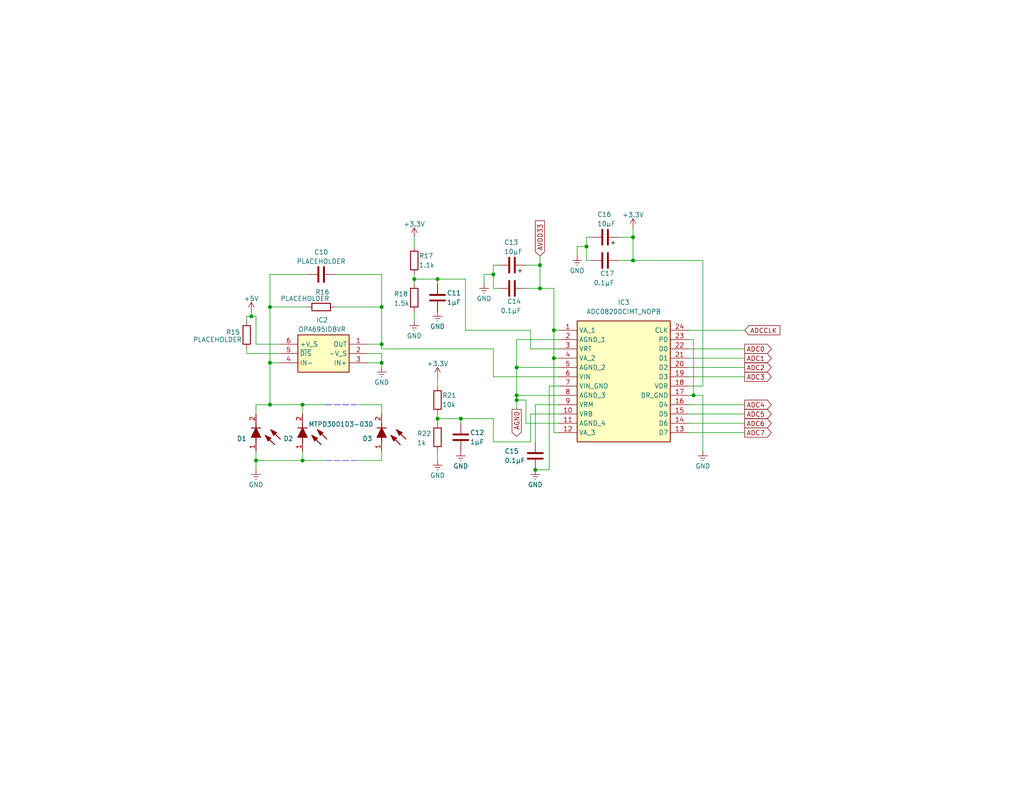
<source format=kicad_sch>
(kicad_sch (version 20231120) (generator "eeschema") (generator_version "8.0")
  (paper "A")
  (title_block (title "Free Space Optical 10BASE-T Ethernet Transceiver Circuit") (date "2025-07-22"))
  (lib_symbols
    (symbol "ADC08200CIMT_NOPB:ADC08200CIMT_NOPB"
      (property "Reference" "IC" (at 31.75 7.62 0))
      (property "Value" "ADC08200CIMT_NOPB" (at 31.75 5.08 0))
      (symbol "ADC08200CIMT_NOPB_1_1"
        (rectangle (start 5.08 2.54) (end 30.48 -30.48) (stroke (width 0.254)) (fill (type background)))
        (pin passive line (at 0 0 0) (length 5.08) (name "VA_1") (number "1"))
        (pin passive line (at 0 -22.86 0) (length 5.08) (name "VRB") (number "10"))
        (pin passive line (at 0 -25.4 0) (length 5.08) (name "AGND_4") (number "11"))
        (pin passive line (at 0 -27.94 0) (length 5.08) (name "VA_3") (number "12"))
        (pin passive line (at 35.56 -27.94 180) (length 5.08) (name "D7") (number "13"))
        (pin passive line (at 35.56 -25.4 180) (length 5.08) (name "D6") (number "14"))
        (pin passive line (at 35.56 -22.86 180) (length 5.08) (name "D5") (number "15"))
        (pin passive line (at 35.56 -20.32 180) (length 5.08) (name "D4") (number "16"))
        (pin passive line (at 35.56 -17.78 180) (length 5.08) (name "DR_GND") (number "17"))
        (pin passive line (at 35.56 -15.24 180) (length 5.08) (name "VDR") (number "18"))
        (pin passive line (at 35.56 -12.7 180) (length 5.08) (name "D3") (number "19"))
        (pin passive line (at 0 -2.54 0) (length 5.08) (name "AGND_1") (number "2"))
        (pin passive line (at 35.56 -10.16 180) (length 5.08) (name "D2") (number "20"))
        (pin passive line (at 35.56 -7.62 180) (length 5.08) (name "D1") (number "21"))
        (pin passive line (at 35.56 -5.08 180) (length 5.08) (name "D0") (number "22"))
        (pin passive line (at 35.56 -2.54 180) (length 5.08) (name "PD") (number "23"))
        (pin passive line (at 35.56 0 180) (length 5.08) (name "CLK") (number "24"))
        (pin passive line (at 0 -5.08 0) (length 5.08) (name "VRT") (number "3"))
        (pin passive line (at 0 -7.62 0) (length 5.08) (name "VA_2") (number "4"))
        (pin passive line (at 0 -10.16 0) (length 5.08) (name "AGND_2") (number "5"))
        (pin passive line (at 0 -12.7 0) (length 5.08) (name "VIN") (number "6"))
        (pin passive line (at 0 -15.24 0) (length 5.08) (name "VIN_GND") (number "7"))
        (pin passive line (at 0 -17.78 0) (length 5.08) (name "AGND_3") (number "8"))
        (pin passive line (at 0 -20.32 0) (length 5.08) (name "VRM") (number "9"))
      )
    )
    (symbol "Device:C" (pin_numbers hide) (pin_names (offset 0.254))
      (property "Reference" "C" (at 0.635 2.54 0))
      (property "Value" "C" (at 0.635 -2.54 0))
      (symbol "C_0_1"
        (polyline (pts (xy -2.032 -0.762) (xy 2.032 -0.762)) (stroke (width 0.508)))
        (polyline (pts (xy -2.032 0.762) (xy 2.032 0.762)) (stroke (width 0.508)))
      )
      (symbol "C_1_1"
        (pin passive line (at 0 3.81 270) (length 2.794) (name "~") (number "1"))
        (pin passive line (at 0 -3.81 90) (length 2.794) (name "~") (number "2"))
      )
    )
    (symbol "Device:R" (pin_numbers hide) (pin_names (offset 0))
      (property "Reference" "R" (at 2.032 0 90))
      (property "Value" "R" (at 0 0 90))
      (symbol "R_0_1"
        (rectangle (start -1.016 -2.54) (end 1.016 2.54) (stroke (width 0.254)))
      )
      (symbol "R_1_1"
        (pin passive line (at 0 3.81 270) (length 1.27) (name "~") (number "1"))
        (pin passive line (at 0 -3.81 90) (length 1.27) (name "~") (number "2"))
      )
    )
    (symbol "MTPD3001D3-030:MTPD3001D3-030" (pin_names hide)
      (property "Reference" "D" (at 3.302 -3.81 0))
      (property "Value" "MTPD3001D3-030" (at 3.302 -6.35 0))
      (symbol "MTPD3001D3-030_1_1"
        (polyline (pts (xy -6.604 -3.302) (xy -4.064 -5.842)) (stroke (width 0.254)))
        (polyline (pts (xy -5.08 -1.778) (xy -2.54 -4.318)) (stroke (width 0.254)))
        (polyline (pts (xy 0 -6.35) (xy 0 -7.62)) (stroke (width 0.254)))
        (polyline (pts (xy 0 -3.81) (xy 0 -2.54)) (stroke (width 0.254)))
        (polyline (pts (xy 1.27 -6.35) (xy -1.27 -6.35)) (stroke (width 0.254)))
        (polyline (pts (xy -5.588 -5.08) (xy -4.826 -4.318) (xy -4.064 -5.842) (xy -5.588 -5.08)) (stroke (width 0.254)) (fill (type outline)))
        (polyline (pts (xy -4.064 -3.556) (xy -3.302 -2.794) (xy -2.54 -4.318) (xy -4.064 -3.556)) (stroke (width 0.254)) (fill (type outline)))
        (polyline (pts (xy -1.27 -3.81) (xy 1.27 -3.81) (xy 0 -6.35) (xy -1.27 -3.81)) (stroke (width 0.254)) (fill (type outline)))
        (pin passive line (at 0 0 270) (length 2.54) (name "A") (number "1"))
        (pin passive line (at 0 -10.16 90) (length 2.54) (name "K") (number "2"))
      )
    )
    (symbol "MTPD3001D3-030_1" (pin_names hide)
      (property "Reference" "D" (at 3.302 -3.81 0))
      (property "Value" "MTPD3001D3-030" (at 3.302 -6.35 0))
      (symbol "MTPD3001D3-030_1_1_1"
        (polyline (pts (xy -6.604 -3.302) (xy -4.064 -5.842)) (stroke (width 0.254)))
        (polyline (pts (xy -5.08 -1.778) (xy -2.54 -4.318)) (stroke (width 0.254)))
        (polyline (pts (xy 0 -6.35) (xy 0 -7.62)) (stroke (width 0.254)))
        (polyline (pts (xy 0 -3.81) (xy 0 -2.54)) (stroke (width 0.254)))
        (polyline (pts (xy 1.27 -6.35) (xy -1.27 -6.35)) (stroke (width 0.254)))
        (polyline (pts (xy -5.588 -5.08) (xy -4.826 -4.318) (xy -4.064 -5.842) (xy -5.588 -5.08)) (stroke (width 0.254)) (fill (type outline)))
        (polyline (pts (xy -4.064 -3.556) (xy -3.302 -2.794) (xy -2.54 -4.318) (xy -4.064 -3.556)) (stroke (width 0.254)) (fill (type outline)))
        (polyline (pts (xy -1.27 -3.81) (xy 1.27 -3.81) (xy 0 -6.35) (xy -1.27 -3.81)) (stroke (width 0.254)) (fill (type outline)))
        (pin passive line (at 0 0 270) (length 2.54) (name "A") (number "1"))
        (pin passive line (at 0 -10.16 90) (length 2.54) (name "K") (number "2"))
      )
    )
    (symbol "OPA695IDBVR:OPA695IDBVR"
      (property "Reference" "IC2" (at 13.97 6.604 0))
      (property "Value" "OPA695IDBVR" (at 13.97 4.064 0))
      (symbol "OPA695IDBVR_1_1"
        (rectangle (start 5.08 2.54) (end 19.05 -7.62) (stroke (width 0.254)) (fill (type background)))
        (pin passive line (at 0 0 0) (length 5.08) (name "OUT") (number "1"))
        (pin passive line (at 0 -2.54 0) (length 5.08) (name "-V_S") (number "2"))
        (pin passive line (at 0 -5.08 0) (length 5.08) (name "IN+") (number "3"))
        (pin passive line (at 24.13 -5.08 180) (length 5.08) (name "IN-") (number "4"))
        (pin passive line (at 24.13 -2.54 180) (length 5.08) (name "~{DIS}") (number "5"))
        (pin passive line (at 24.13 0 180) (length 5.08) (name "+V_S") (number "6"))
      )
    )
    (symbol "power:+3.3V" (power) (pin_numbers hide) (pin_names (offset 0) hide)
      (property "Value" "+3.3V" (at 0 3.556 0))
      (symbol "+3.3V_0_1"
        (polyline (pts (xy -0.762 1.27) (xy 0 2.54)))
        (polyline (pts (xy 0 0) (xy 0 2.54)))
        (polyline (pts (xy 0 2.54) (xy 0.762 1.27)))
      )
      (symbol "+3.3V_1_1"
        (pin power_in line (at 0 0 90) (length 0) (name "~") (number "1"))
      )
    )
    (symbol "power:Earth" (power) (pin_numbers hide) (pin_names (offset 0) hide)
      (property "Value" "Earth" (at 0 -3.81 0))
      (symbol "Earth_0_1"
        (polyline (pts (xy -0.635 -1.905) (xy 0.635 -1.905)))
        (polyline (pts (xy -0.127 -2.54) (xy 0.127 -2.54)))
        (polyline (pts (xy 0 -1.27) (xy 0 0)))
        (polyline (pts (xy 1.27 -1.27) (xy -1.27 -1.27)))
      )
      (symbol "Earth_1_1"
        (pin power_in line (at 0 0 270) (length 0) (name "~") (number "1"))
      )
    )
  )
  (junction (at 140.97 100.33))
  (junction (at 147.32 72.39))
  (junction (at 119.38 76.2))
  (junction (at 104.14 93.98))
  (junction (at 104.14 83.82))
  (junction (at 104.14 99.06))
  (junction (at 82.55 125.73))
  (junction (at 147.32 78.74))
  (junction (at 134.62 74.93))
  (junction (at 68.58 86.36))
  (junction (at 125.73 114.3))
  (junction (at 172.72 64.77))
  (junction (at 189.23 107.95))
  (junction (at 69.85 125.73))
  (junction (at 73.66 110.49))
  (junction (at 73.66 99.06))
  (junction (at 151.13 97.79))
  (junction (at 160.02 67.31))
  (junction (at 151.13 90.17))
  (junction (at 73.66 83.82))
  (junction (at 146.05 128.27))
  (junction (at 119.38 114.3))
  (junction (at 82.55 110.49))
  (junction (at 172.72 71.12))
  (junction (at 140.97 107.95))
  (junction (at 113.03 76.2))
  (junction (at 140.97 109.22))
  (wire (pts (xy 119.38 114.3) (xy 119.38 115.57)))
  (wire (pts (xy 172.72 71.12) (xy 191.77 71.12)))
  (wire (pts (xy 157.48 69.85) (xy 157.48 67.31)))
  (wire (pts (xy 144.78 95.25) (xy 144.78 90.17)))
  (wire (pts (xy 73.66 83.82) (xy 83.82 83.82)))
  (wire (pts (xy 172.72 62.23) (xy 172.72 64.77)))
  (wire (pts (xy 134.62 78.74) (xy 135.89 78.74)))
  (wire (pts (xy 119.38 114.3) (xy 125.73 114.3)))
  (wire (pts (xy 187.96 92.71) (xy 189.23 92.71)))
  (wire (pts (xy 68.58 86.36) (xy 67.31 86.36)))
  (wire (pts (xy 187.96 102.87) (xy 203.2 102.87)))
  (wire (pts (xy 104.14 74.93) (xy 104.14 83.82)))
  (wire (pts (xy 143.51 109.22) (xy 140.97 109.22)))
  (wire (pts (xy 143.51 115.57) (xy 143.51 109.22)))
  (wire (pts (xy 67.31 95.25) (xy 67.31 96.52)))
  (wire (pts (xy 191.77 71.12) (xy 191.77 105.41)))
  (wire (pts (xy 187.96 100.33) (xy 203.2 100.33)))
  (wire (pts (xy 134.62 95.25) (xy 104.14 95.25)))
  (wire (pts (xy 161.29 64.77) (xy 160.02 64.77)))
  (wire (pts (xy 69.85 128.27) (xy 69.85 125.73)))
  (wire (pts (xy 149.86 128.27) (xy 146.05 128.27)))
  (wire (pts (xy 152.4 90.17) (xy 151.13 90.17)))
  (wire (pts (xy 100.33 96.52) (xy 104.14 96.52)))
  (wire (pts (xy 135.89 72.39) (xy 134.62 72.39)))
  (wire (pts (xy 151.13 97.79) (xy 151.13 118.11)))
  (wire (pts (xy 140.97 100.33) (xy 140.97 107.95)))
  (wire (pts (xy 152.4 113.03) (xy 144.78 113.03)))
  (wire (pts (xy 76.2 93.98) (xy 69.85 93.98)))
  (wire (pts (xy 119.38 113.03) (xy 119.38 114.3)))
  (wire (pts (xy 113.03 76.2) (xy 113.03 77.47)))
  (wire (pts (xy 97.79 125.73) (xy 104.14 125.73)))
  (wire (pts (xy 69.85 93.98) (xy 69.85 86.36)))
  (wire (pts (xy 69.85 113.03) (xy 69.85 110.49)))
  (wire (pts (xy 147.32 72.39) (xy 147.32 78.74)))
  (wire (pts (xy 144.78 90.17) (xy 127 90.17)))
  (wire (pts (xy 160.02 67.31) (xy 160.02 71.12)))
  (wire (pts (xy 152.4 118.11) (xy 151.13 118.11)))
  (wire (pts (xy 152.4 97.79) (xy 151.13 97.79)))
  (wire (pts (xy 132.08 77.47) (xy 132.08 74.93)))
  (wire (pts (xy 140.97 92.71) (xy 140.97 100.33)))
  (wire (pts (xy 147.32 69.85) (xy 147.32 72.39)))
  (wire (pts (xy 143.51 78.74) (xy 147.32 78.74)))
  (wire (pts (xy 69.85 110.49) (xy 73.66 110.49)))
  (wire (pts (xy 187.96 113.03) (xy 203.2 113.03)))
  (wire (pts (xy 113.03 76.2) (xy 119.38 76.2)))
  (wire (pts (xy 104.14 113.03) (xy 104.14 110.49)))
  (wire (pts (xy 73.66 110.49) (xy 82.55 110.49)))
  (wire (pts (xy 127 90.17) (xy 127 76.2)))
  (wire (pts (xy 91.44 83.82) (xy 104.14 83.82)))
  (wire (pts (xy 113.03 74.93) (xy 113.03 76.2)))
  (wire (pts (xy 189.23 107.95) (xy 191.77 107.95)))
  (wire (pts (xy 67.31 96.52) (xy 76.2 96.52)))
  (wire (pts (xy 187.96 115.57) (xy 203.2 115.57)))
  (wire (pts (xy 187.96 95.25) (xy 203.2 95.25)))
  (wire (pts (xy 157.48 67.31) (xy 160.02 67.31)))
  (wire (pts (xy 152.4 115.57) (xy 143.51 115.57)))
  (wire (pts (xy 140.97 100.33) (xy 152.4 100.33)))
  (wire (pts (xy 113.03 85.09) (xy 113.03 87.63)))
  (wire (pts (xy 134.62 72.39) (xy 134.62 74.93)))
  (wire (pts (xy 91.44 74.93) (xy 104.14 74.93)))
  (wire (pts (xy 160.02 71.12) (xy 161.29 71.12)))
  (wire (pts (xy 168.91 64.77) (xy 172.72 64.77)))
  (wire (pts (xy 140.97 109.22) (xy 140.97 111.76)))
  (wire (pts (xy 125.73 115.57) (xy 125.73 114.3)))
  (wire (pts (xy 125.73 114.3) (xy 134.62 114.3)))
  (wire (pts (xy 100.33 99.06) (xy 104.14 99.06)))
  (wire (pts (xy 152.4 102.87) (xy 134.62 102.87)))
  (wire (pts (xy 82.55 125.73) (xy 88.9 125.73)))
  (wire (pts (xy 82.55 123.19) (xy 82.55 125.73)))
  (wire (pts (xy 187.96 118.11) (xy 203.2 118.11)))
  (wire (pts (xy 147.32 78.74) (xy 151.13 78.74)))
  (wire (pts (xy 152.4 95.25) (xy 144.78 95.25)))
  (wire (pts (xy 113.03 64.77) (xy 113.03 67.31)))
  (wire (pts (xy 134.62 74.93) (xy 134.62 78.74)))
  (wire (pts (xy 127 76.2) (xy 119.38 76.2)))
  (wire (pts (xy 69.85 123.19) (xy 69.85 125.73)))
  (wire (pts (xy 104.14 93.98) (xy 100.33 93.98)))
  (wire (pts (xy 104.14 125.73) (xy 104.14 123.19)))
  (wire (pts (xy 151.13 78.74) (xy 151.13 90.17)))
  (wire (pts (xy 191.77 107.95) (xy 191.77 123.19)))
  (wire (pts (xy 134.62 120.65) (xy 134.62 114.3)))
  (wire (pts (xy 104.14 99.06) (xy 104.14 100.33)))
  (wire (pts (xy 76.2 99.06) (xy 73.66 99.06)))
  (wire (pts (xy 73.66 74.93) (xy 83.82 74.93)))
  (wire (pts (xy 82.55 110.49) (xy 88.9 110.49)))
  (wire (pts (xy 88.9 125.73) (xy 97.79 125.73)) (stroke (width 0) (type dash) (color 22 27 255 1)))
  (wire (pts (xy 104.14 95.25) (xy 104.14 93.98)))
  (wire (pts (xy 119.38 77.47) (xy 119.38 76.2)))
  (wire (pts (xy 140.97 107.95) (xy 140.97 109.22)))
  (wire (pts (xy 152.4 92.71) (xy 140.97 92.71)))
  (wire (pts (xy 134.62 102.87) (xy 134.62 95.25)))
  (wire (pts (xy 143.51 72.39) (xy 147.32 72.39)))
  (wire (pts (xy 187.96 107.95) (xy 189.23 107.95)))
  (wire (pts (xy 73.66 74.93) (xy 73.66 83.82)))
  (wire (pts (xy 151.13 90.17) (xy 151.13 97.79)))
  (wire (pts (xy 104.14 96.52) (xy 104.14 99.06)))
  (wire (pts (xy 152.4 105.41) (xy 149.86 105.41)))
  (wire (pts (xy 73.66 99.06) (xy 73.66 110.49)))
  (wire (pts (xy 132.08 74.93) (xy 134.62 74.93)))
  (wire (pts (xy 187.96 97.79) (xy 203.2 97.79)))
  (wire (pts (xy 146.05 120.65) (xy 146.05 110.49)))
  (wire (pts (xy 160.02 64.77) (xy 160.02 67.31)))
  (wire (pts (xy 140.97 107.95) (xy 152.4 107.95)))
  (wire (pts (xy 119.38 102.87) (xy 119.38 105.41)))
  (wire (pts (xy 187.96 90.17) (xy 203.2 90.17)))
  (wire (pts (xy 172.72 64.77) (xy 172.72 71.12)))
  (wire (pts (xy 144.78 120.65) (xy 134.62 120.65)))
  (wire (pts (xy 168.91 71.12) (xy 172.72 71.12)))
  (wire (pts (xy 187.96 105.41) (xy 191.77 105.41)))
  (wire (pts (xy 119.38 123.19) (xy 119.38 125.73)))
  (wire (pts (xy 149.86 105.41) (xy 149.86 128.27)))
  (wire (pts (xy 88.9 110.49) (xy 97.79 110.49)) (stroke (width 0) (type dash) (color 7 1 255 1)))
  (wire (pts (xy 189.23 92.71) (xy 189.23 107.95)))
  (wire (pts (xy 146.05 110.49) (xy 152.4 110.49)))
  (wire (pts (xy 68.58 85.09) (xy 68.58 86.36)))
  (wire (pts (xy 69.85 125.73) (xy 82.55 125.73)))
  (wire (pts (xy 104.14 83.82) (xy 104.14 93.98)))
  (wire (pts (xy 144.78 113.03) (xy 144.78 120.65)))
  (wire (pts (xy 82.55 110.49) (xy 82.55 113.03)))
  (wire (pts (xy 67.31 86.36) (xy 67.31 87.63)))
  (wire (pts (xy 97.79 110.49) (xy 104.14 110.49)))
  (wire (pts (xy 68.58 86.36) (xy 69.85 86.36)))
  (wire (pts (xy 73.66 99.06) (xy 73.66 83.82)))
  (wire (pts (xy 187.96 110.49) (xy 203.2 110.49)))
  (label "+" (at 142.875 73.025 270))
  (label "+" (at 168.275 65.405 270))
  (global_label "ADC0" (shape output) (at 203.2 95.25 0) (property "Intersheetrefs" "${INTERSHEET_REFS}" (effects (hide yes))))
  (global_label "ADC3" (shape output) (at 203.2 102.87 0) (property "Intersheetrefs" "${INTERSHEET_REFS}" (effects (hide yes))))
  (global_label "ADC5" (shape output) (at 203.2 113.03 0) (property "Intersheetrefs" "${INTERSHEET_REFS}" (effects (hide yes))))
  (global_label "ADC1" (shape output) (at 203.2 97.79 0) (property "Intersheetrefs" "${INTERSHEET_REFS}" (effects (hide yes))))
  (global_label "ADCCLK" (shape input) (at 203.2 90.17 0) (property "Intersheetrefs" "${INTERSHEET_REFS}" (effects (hide yes))))
  (global_label "ADC7" (shape output) (at 203.2 118.11 0) (property "Intersheetrefs" "${INTERSHEET_REFS}" (effects (hide yes))))
  (global_label "ADC2" (shape output) (at 203.2 100.33 0) (property "Intersheetrefs" "${INTERSHEET_REFS}" (effects (hide yes))))
  (global_label "AGND" (shape output) (at 140.97 111.76 270) (property "Intersheetrefs" "${INTERSHEET_REFS}" (effects (hide yes))))
  (global_label "ADC4" (shape output) (at 203.2 110.49 0) (property "Intersheetrefs" "${INTERSHEET_REFS}" (effects (hide yes))))
  (global_label "ADC6" (shape output) (at 203.2 115.57 0) (property "Intersheetrefs" "${INTERSHEET_REFS}" (effects (hide yes))))
  (global_label "AVDD33" (shape input) (at 147.32 69.85 90) (property "Intersheetrefs" "${INTERSHEET_REFS}" (effects (hide yes))))
  (symbol (lib_id "Device:R") (at 119.38 109.22 0) (unit 1)
    (property "Reference" "R21" (at 120.65 107.95 0) (effects (justify left)))
    (property "Value" "10k" (at 120.65 110.49 0) (effects (justify left)))
    (property "Description" "Resistor" (effects (hide yes)))
  )
  (symbol (lib_id "Device:C") (at 139.7 72.39 270) (unit 1)
    (property "Reference" "C13" (at 137.541 66.167 90) (effects (justify left)))
    (property "Value" "10μF" (at 137.541 68.707 90) (effects (justify left)))
    (property "Description" "Unpolarized capacitor" (effects (hide yes)))
  )
  (symbol (lib_id "Device:C") (at 125.73 119.38 0) (unit 1)
    (property "Reference" "C12" (at 128.27 118.11 0) (effects (justify left)))
    (property "Value" "1μF" (at 128.27 120.65 0) (effects (justify left)))
    (property "Description" "Unpolarized capacitor" (effects (hide yes)))
  )
  (symbol (lib_id "power:Earth") (at 119.38 125.73 0) (unit 1)
    (property "Reference" "#PWR025" (effects (hide yes)))
    (property "Value" "GND" (at 119.38 129.794 0))
    (property "Description" "Power symbol creates a global label with name \"Earth\"" (effects (hide yes)))
  )
  (symbol (lib_id "power:Earth") (at 119.38 85.09 0) (unit 1)
    (property "Reference" "#PWR023" (effects (hide yes)))
    (property "Value" "GND" (at 119.38 89.154 0))
    (property "Description" "Power symbol creates a global label with name \"Earth\"" (effects (hide yes)))
  )
  (symbol (lib_id "power:Earth") (at 104.14 100.33 0) (unit 1)
    (property "Reference" "#PWR020" (effects (hide yes)))
    (property "Value" "GND" (at 104.14 104.394 0))
    (property "Description" "Power symbol creates a global label with name \"Earth\"" (effects (hide yes)))
  )
  (symbol (lib_id "Device:C") (at 119.38 81.28 0) (unit 1)
    (property "Reference" "C11" (at 121.92 80.01 0) (effects (justify left)))
    (property "Value" "1μF" (at 121.92 82.55 0) (effects (justify left)))
    (property "Description" "Unpolarized capacitor" (effects (hide yes)))
  )
  (symbol (lib_id "Device:C") (at 165.1 71.12 90) (unit 1)
    (property "Reference" "C17" (at 167.64 74.676 90) (effects (justify left)))
    (property "Value" "0.1μF" (at 167.64 77.216 90) (effects (justify left)))
    (property "Description" "Unpolarized capacitor" (effects (hide yes)))
  )
  (symbol (lib_id "Device:R") (at 113.03 81.28 0) (unit 1)
    (property "Reference" "R18" (at 107.442 80.264 0) (effects (justify left)))
    (property "Value" "1.5k" (at 107.442 82.804 0) (effects (justify left)))
    (property "Description" "Resistor" (effects (hide yes)))
  )
  (symbol (lib_id "Device:R") (at 113.03 71.12 0) (unit 1)
    (property "Reference" "R17" (at 114.3 69.85 0) (effects (justify left)))
    (property "Value" "1.1k" (at 114.3 72.39 0) (effects (justify left)))
    (property "Description" "Resistor" (effects (hide yes)))
  )
  (symbol (lib_id "ADC08200CIMT_NOPB:ADC08200CIMT_NOPB") (at 152.4 90.17 0) (unit 1)
    (property "Reference" "IC3" (at 170.18 82.55 0))
    (property "Value" "ADC08200CIMT_NOPB" (at 170.18 85.09 0))
    (property "Footprint" "SOP65P640X120-24N" (effects (hide yes)))
    (property "Datasheet" "http://www.ti.com/lit/ds/symlink/adc08200.pdf" (effects (hide yes)))
    (property "Description" "8-Bit 200MSPS Low-Power Analog-to-Digital Converter (ADC) With Internal Sample and Hold" (effects (hide yes)))
    (property "Height" "1.2" (effects (hide yes)))
    (property "Mouser Part Number" "926-ADC08200CIMTNOPB" (effects (hide yes)))
    (property "Mouser Price/Stock" "https://www.mouser.co.uk/ProductDetail/Texas-Instruments/ADC08200CIMT-NOPB?qs=7X5t%252BdzoRHAf23TNwec6Xw%3D%3D" (effects (hide yes)))
    (property "Manufacturer_Name" "Texas Instruments" (effects (hide yes)))
    (property "Manufacturer_Part_Number" "ADC08200CIMT/NOPB" (effects (hide yes)))
  )
  (symbol (lib_id "power:+3.3V") (at 119.38 102.87 0) (mirror y) (unit 1)
    (property "Reference" "#PWR024" (effects (hide yes)))
    (property "Value" "+3.3V" (at 119.38 99.314 0))
    (property "Description" "Power symbol creates a global label with name \"+3.3V\"" (effects (hide yes)))
  )
  (symbol (lib_id "power:Earth") (at 146.05 128.27 0) (unit 1)
    (property "Reference" "#PWR030" (effects (hide yes)))
    (property "Value" "GND" (at 146.05 132.334 0))
    (property "Description" "Power symbol creates a global label with name \"Earth\"" (effects (hide yes)))
  )
  (symbol (lib_id "OPA695IDBVR:OPA695IDBVR") (at 100.33 93.98 0) (mirror y) (unit 1)
    (property "Reference" "IC2" (at 87.884 87.376 0))
    (property "Value" "OPA695IDBVR" (at 87.884 89.916 0))
    (property "Footprint" "SOT95P280X145-6N" (effects (hide yes)))
    (property "Datasheet" "http://www.ti.com/lit/gpn/OPA695" (effects (hide yes)))
    (property "Description" "Ultra-Wideband, Current-Feedback Operational Amplifier with Disable" (effects (hide yes)))
    (property "Height" "1.45" (effects (hide yes)))
    (property "Mouser Part Number" "595-OPA695IDBVR" (effects (hide yes)))
    (property "Mouser Price/Stock" "https://www.mouser.co.uk/ProductDetail/Texas-Instruments/OPA695IDBVR?qs=wgAEGBTxy7kDQsczjqd6Hw%3D%3D" (effects (hide yes)))
    (property "Manufacturer_Name" "Texas Instruments" (effects (hide yes)))
    (property "Manufacturer_Part_Number" "OPA695IDBVR" (effects (hide yes)))
  )
  (symbol (lib_id "Device:R") (at 67.31 91.44 180) (unit 1)
    (property "Reference" "R15" (at 65.532 90.678 0) (effects (justify left)))
    (property "Value" "PLACEHOLDER" (at 66.04 92.71 0) (effects (justify left)))
    (property "Description" "Resistor" (effects (hide yes)))
  )
  (symbol (lib_id "Device:C") (at 87.63 74.93 90) (unit 1)
    (property "Reference" "C10" (at 87.63 68.834 90))
    (property "Value" "PLACEHOLDER" (at 87.63 71.374 90))
    (property "Description" "Unpolarized capacitor" (effects (hide yes)))
  )
  (symbol (lib_id "Device:R") (at 87.63 83.82 90) (unit 1)
    (property "Reference" "R16" (at 89.916 79.756 90) (effects (justify left)))
    (property "Value" "PLACEHOLDER" (at 89.916 81.534 90) (effects (justify left)))
    (property "Description" "Resistor" (effects (hide yes)))
  )
  (symbol (lib_id "MTPD3001D3-030:MTPD3001D3-030") (at 69.85 123.19 180) (unit 1)
    (property "Reference" "D1" (at 67.31 119.7611 0) (effects (justify left)))
    (property "Value" "MTPD3001D3-030" (at 101.854 115.824 0) (effects (justify left)))
    (property "Footprint" "MTPD3001D3030" (effects (hide yes)))
    (property "Datasheet" "https://marktechopto.com/pdf/products/DataSheet/MTPD3001D3-030.pdf" (effects (hide yes)))
    (property "Description" "SENSOR PHOTODIODE 1300NM RADIAL,Sensitivity Wavelength Range: 750nm ~ 1750nm." (effects (hide yes)))
    (property "Height" "8.55" (effects (hide yes)))
    (property "Mouser Part Number" "193-MTPD3001D3-030" (effects (hide yes)))
    (property "Mouser Price/Stock" "https://www.mouser.co.uk/ProductDetail/Marktech-Optoelectronics/MTPD3001D3-030?qs=ZcfC38r4PotPH%2FoOtzd1Sw%3D%3D" (effects (hide yes)))
    (property "Manufacturer_Name" "Marktech Optoelectronics" (effects (hide yes)))
    (property "Manufacturer_Part_Number" "MTPD3001D3-030" (effects (hide yes)))
  )
  (symbol (lib_id "power:Earth") (at 191.77 123.19 0) (unit 1)
    (property "Reference" "#PWR033" (effects (hide yes)))
    (property "Value" "GND" (at 191.77 127.254 0))
    (property "Description" "Power symbol creates a global label with name \"Earth\"" (effects (hide yes)))
  )
  (symbol (lib_id "power:Earth") (at 125.73 123.19 0) (unit 1)
    (property "Reference" "#PWR026" (effects (hide yes)))
    (property "Value" "GND" (at 125.73 127.254 0))
    (property "Description" "Power symbol creates a global label with name \"Earth\"" (effects (hide yes)))
  )
  (symbol (lib_id "power:Earth") (at 69.85 128.27 0) (unit 1)
    (property "Reference" "#PWR019" (effects (hide yes)))
    (property "Value" "GND" (at 69.85 132.334 0))
    (property "Description" "Power symbol creates a global label with name \"Earth\"" (effects (hide yes)))
  )
  (symbol (lib_id "power:Earth") (at 113.03 87.63 0) (unit 1)
    (property "Reference" "#PWR022" (effects (hide yes)))
    (property "Value" "GND" (at 113.03 91.694 0))
    (property "Description" "Power symbol creates a global label with name \"Earth\"" (effects (hide yes)))
  )
  (symbol (lib_id "Device:C") (at 139.7 78.74 90) (unit 1)
    (property "Reference" "C14" (at 142.24 82.296 90) (effects (justify left)))
    (property "Value" "0.1μF" (at 142.24 84.836 90) (effects (justify left)))
    (property "Description" "Unpolarized capacitor" (effects (hide yes)))
  )
  (symbol (lib_id "power:Earth") (at 157.48 69.85 0) (unit 1)
    (property "Reference" "#PWR031" (effects (hide yes)))
    (property "Value" "GND" (at 157.48 73.914 0))
    (property "Description" "Power symbol creates a global label with name \"Earth\"" (effects (hide yes)))
  )
  (symbol (lib_id "Device:C") (at 165.1 64.77 270) (unit 1)
    (property "Reference" "C16" (at 162.941 58.547 90) (effects (justify left)))
    (property "Value" "10μF" (at 162.941 61.087 90) (effects (justify left)))
    (property "Description" "Unpolarized capacitor" (effects (hide yes)))
  )
  (symbol (lib_id "Device:R") (at 119.38 119.38 0) (unit 1)
    (property "Reference" "R22" (at 113.792 118.364 0) (effects (justify left)))
    (property "Value" "1k" (at 113.792 120.904 0) (effects (justify left)))
    (property "Description" "Resistor" (effects (hide yes)))
  )
  (symbol (lib_id "power:+3.3V") (at 113.03 64.77 0) (mirror y) (unit 1)
    (property "Reference" "#PWR021" (effects (hide yes)))
    (property "Value" "+3.3V" (at 113.03 61.214 0))
    (property "Description" "Power symbol creates a global label with name \"+3.3V\"" (effects (hide yes)))
  )
  (symbol (lib_id "MTPD3001D3-030:MTPD3001D3-030") (at 82.55 123.19 180) (unit 1)
    (property "Reference" "D2" (at 80.01 119.7611 0) (effects (justify left)))
    (property "Value" "MTPD3001D3-030" (effects (hide yes)))
    (property "Footprint" "MTPD3001D3030" (effects (hide yes)))
    (property "Datasheet" "https://marktechopto.com/pdf/products/DataSheet/MTPD3001D3-030.pdf" (effects (hide yes)))
    (property "Description" "SENSOR PHOTODIODE 1300NM RADIAL,Sensitivity Wavelength Range: 750nm ~ 1750nm." (effects (hide yes)))
    (property "Height" "8.55" (effects (hide yes)))
    (property "Mouser Part Number" "193-MTPD3001D3-030" (effects (hide yes)))
    (property "Mouser Price/Stock" "https://www.mouser.co.uk/ProductDetail/Marktech-Optoelectronics/MTPD3001D3-030?qs=ZcfC38r4PotPH%2FoOtzd1Sw%3D%3D" (effects (hide yes)))
    (property "Manufacturer_Name" "Marktech Optoelectronics" (effects (hide yes)))
    (property "Manufacturer_Part_Number" "MTPD3001D3-030" (effects (hide yes)))
  )
  (symbol (lib_id "power:+3.3V") (at 172.72 62.23 0) (mirror y) (unit 1)
    (property "Reference" "#PWR032" (effects (hide yes)))
    (property "Value" "+3.3V" (at 172.72 58.674 0))
    (property "Description" "Power symbol creates a global label with name \"+3.3V\"" (effects (hide yes)))
  )
  (symbol (lib_id "power:+3.3V") (at 68.58 85.09 0) (mirror y) (unit 1)
    (property "Reference" "#PWR018" (effects (hide yes)))
    (property "Value" "+5V" (at 68.58 81.534 0))
    (property "Description" "Power symbol creates a global label with name \"+3.3V\"" (effects (hide yes)))
  )
  (symbol (lib_id "power:Earth") (at 132.08 77.47 0) (unit 1)
    (property "Reference" "#PWR028" (effects (hide yes)))
    (property "Value" "GND" (at 132.08 81.534 0))
    (property "Description" "Power symbol creates a global label with name \"Earth\"" (effects (hide yes)))
  )
  (symbol (lib_name "MTPD3001D3-030_1") (lib_id "MTPD3001D3-030:MTPD3001D3-030") (at 104.14 123.19 180) (unit 1)
    (property "Reference" "D3" (at 101.6 119.7611 0) (effects (justify left)))
    (property "Value" "MTPD3001D3-030" (effects (hide yes)))
    (property "Footprint" "MTPD3001D3030" (effects (hide yes)))
    (property "Datasheet" "https://marktechopto.com/pdf/products/DataSheet/MTPD3001D3-030.pdf" (effects (hide yes)))
    (property "Description" "SENSOR PHOTODIODE 1300NM RADIAL,Sensitivity Wavelength Range: 750nm ~ 1750nm." (effects (hide yes)))
    (property "Height" "8.55" (effects (hide yes)))
    (property "Mouser Part Number" "193-MTPD3001D3-030" (effects (hide yes)))
    (property "Mouser Price/Stock" "https://www.mouser.co.uk/ProductDetail/Marktech-Optoelectronics/MTPD3001D3-030?qs=ZcfC38r4PotPH%2FoOtzd1Sw%3D%3D" (effects (hide yes)))
    (property "Manufacturer_Name" "Marktech Optoelectronics" (effects (hide yes)))
    (property "Manufacturer_Part_Number" "MTPD3001D3-030" (effects (hide yes)))
  )
  (symbol (lib_id "Device:C") (at 146.05 124.46 0) (unit 1)
    (property "Reference" "C15" (at 137.668 123.19 0) (effects (justify left)))
    (property "Value" "0.1μF" (at 137.668 125.73 0) (effects (justify left)))
    (property "Description" "Unpolarized capacitor" (effects (hide yes)))
  )
)
</source>
